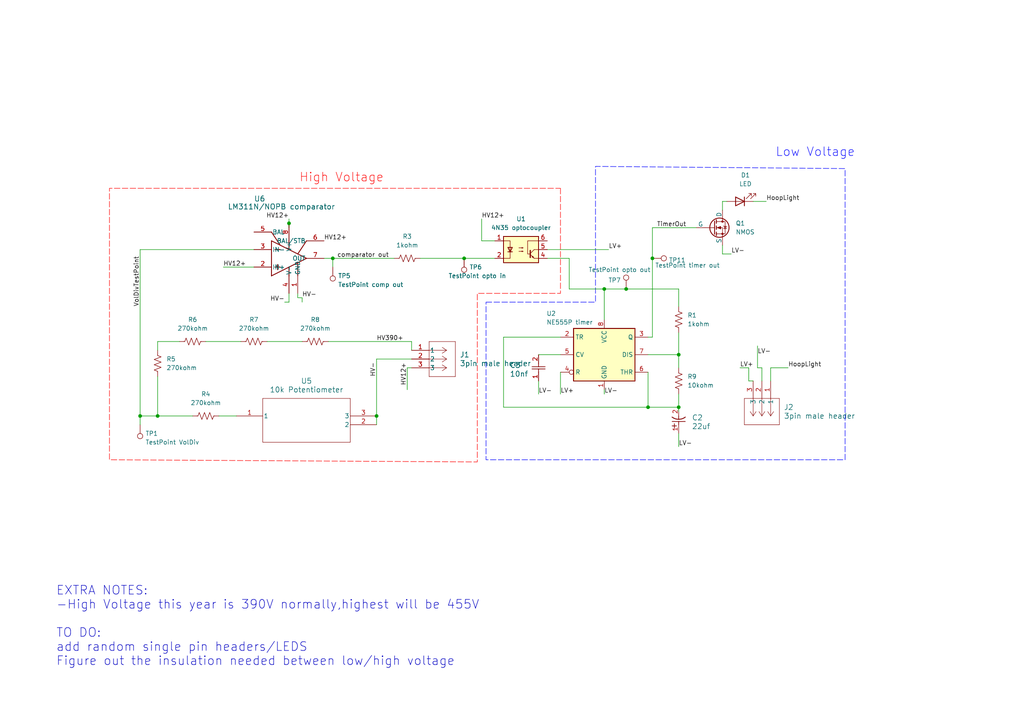
<source format=kicad_sch>
(kicad_sch (version 20250114) (generator "eeschema") (generator_version "9.0")
  (paper "A4")
  (title_block (title "Ready To Drive Light Schematic") (date "2025-10-09") (company "BYU Racing"))
  (lib_symbols
    (symbol "10k Pot:3296W-1-103" (pin_names (offset 0.254))
      (property "Reference" "U" (at 20.32 10.16 0))
      (property "Value" "3296W-1-103" (at 20.32 7.62 0))
      (symbol "3296W-1-103_0_1"
        (polyline (pts (xy 7.62 5.08) (xy 7.62 -7.62)) (stroke (width 0.127)))
        (polyline (pts (xy 7.62 -7.62) (xy 33.02 -7.62)) (stroke (width 0.127)))
        (polyline (pts (xy 33.02 5.08) (xy 7.62 5.08)) (stroke (width 0.127)))
        (polyline (pts (xy 33.02 -7.62) (xy 33.02 5.08)) (stroke (width 0.127)))
        (pin unspecified line (at 0 0 0) (length 7.62) (name "1") (number "1"))
        (pin unspecified line (at 40.64 0 180) (length 7.62) (name "3") (number "3"))
        (pin unspecified line (at 40.64 -2.54 180) (length 7.62) (name "2") (number "2"))
      )
    )
    (symbol "10nf capacitor:B32021A3103M289" (pin_names (offset 0.254))
      (property "Reference" "C" (at 3.81 3.81 0))
      (property "Value" "B32021A3103M289" (at 3.81 -3.81 0))
      (symbol "B32021A3103M289_1_1"
        (polyline (pts (xy 2.54 0) (xy 3.4798 0)) (stroke (width 0.2032)))
        (polyline (pts (xy 3.4798 -1.905) (xy 3.4798 1.905)) (stroke (width 0.2032)))
        (polyline (pts (xy 4.1148 0) (xy 5.08 0)) (stroke (width 0.2032)))
        (polyline (pts (xy 4.1148 -1.905) (xy 4.1148 1.905)) (stroke (width 0.2032)))
        (pin unspecified line (at 0 0 0) (length 2.54) (name "") (number "1"))
        (pin unspecified line (at 7.62 0 180) (length 2.54) (name "") (number "2"))
      )
      (symbol "B32021A3103M289_1_2"
        (polyline (pts (xy -1.905 -3.4798) (xy 1.905 -3.4798)) (stroke (width 0.2032)))
        (polyline (pts (xy -1.905 -4.1148) (xy 1.905 -4.1148)) (stroke (width 0.2032)))
        (polyline (pts (xy 0 -2.54) (xy 0 -3.4798)) (stroke (width 0.2032)))
        (polyline (pts (xy 0 -4.1148) (xy 0 -5.08)) (stroke (width 0.2032)))
        (pin unspecified line (at 0 0 270) (length 2.54) (name "") (number "1"))
        (pin unspecified line (at 0 -7.62 90) (length 2.54) (name "") (number "2"))
      )
    )
    (symbol "22uf capacitor:UCS2W220MHD" (pin_names (offset 0.254))
      (property "Reference" "C" (at 3.81 3.81 0))
      (property "Value" "UCS2W220MHD" (at 3.81 -3.81 0))
      (symbol "UCS2W220MHD_1_1"
        (polyline (pts (xy 1.5748 1.27) (xy 2.8448 1.27)) (stroke (width 0.2032)))
        (polyline (pts (xy 2.2098 0.635) (xy 2.2098 1.905)) (stroke (width 0.2032)))
        (polyline (pts (xy 2.54 0) (xy 3.4798 0)) (stroke (width 0.2032)))
        (polyline (pts (xy 3.4798 -1.905) (xy 3.4798 1.905)) (stroke (width 0.2032)))
        (polyline (pts (xy 4.1148 0) (xy 5.08 0)) (stroke (width 0.2032)))
        (arc (start 4.7541 -1.9108) (mid 4.1148 0) (end 4.7541 1.9108) (stroke (width 0.254)))
        (pin unspecified line (at 0 0 0) (length 2.54) (name "") (number "1"))
        (pin unspecified line (at 7.62 0 180) (length 2.54) (name "") (number "2"))
      )
      (symbol "UCS2W220MHD_1_2"
        (polyline (pts (xy -1.905 -3.4798) (xy 1.905 -3.4798)) (stroke (width 0.2032)))
        (polyline (pts (xy 0 -2.54) (xy 0 -3.4798)) (stroke (width 0.2032)))
        (polyline (pts (xy 0 -4.1148) (xy 0 -5.08)) (stroke (width 0.2032)))
        (arc (start -1.9108 -4.7541) (mid 0 -4.1148) (end 1.9108 -4.7541) (stroke (width 0.254)))
        (polyline (pts (xy 0.635 -2.2098) (xy 1.905 -2.2098)) (stroke (width 0.2032)))
        (polyline (pts (xy 1.27 -1.5748) (xy 1.27 -2.8448)) (stroke (width 0.2032)))
        (pin unspecified line (at 0 0 270) (length 2.54) (name "") (number "2"))
        (pin unspecified line (at 0 -7.62 90) (length 2.54) (name "") (number "1"))
      )
    )
    (symbol "3pin male header:G800W305018EU" (pin_names (offset 0.254))
      (property "Reference" "J" (at 8.89 6.35 0))
      (property "Value" "G800W305018EU" (at 0 0 0))
      (symbol "G800W305018EU_1_1"
        (polyline (pts (xy 5.08 2.54) (xy 5.08 -7.62)) (stroke (width 0.127)))
        (polyline (pts (xy 5.08 -7.62) (xy 12.7 -7.62)) (stroke (width 0.127)))
        (polyline (pts (xy 10.16 0) (xy 5.08 0)) (stroke (width 0.127)))
        (polyline (pts (xy 10.16 0) (xy 8.89 0.8467)) (stroke (width 0.127)))
        (polyline (pts (xy 10.16 0) (xy 8.89 -0.8467)) (stroke (width 0.127)))
        (polyline (pts (xy 10.16 -2.54) (xy 5.08 -2.54)) (stroke (width 0.127)))
        (polyline (pts (xy 10.16 -2.54) (xy 8.89 -1.6933)) (stroke (width 0.127)))
        (polyline (pts (xy 10.16 -2.54) (xy 8.89 -3.3867)) (stroke (width 0.127)))
        (polyline (pts (xy 10.16 -5.08) (xy 5.08 -5.08)) (stroke (width 0.127)))
        (polyline (pts (xy 10.16 -5.08) (xy 8.89 -4.2333)) (stroke (width 0.127)))
        (polyline (pts (xy 10.16 -5.08) (xy 8.89 -5.9267)) (stroke (width 0.127)))
        (polyline (pts (xy 12.7 2.54) (xy 5.08 2.54)) (stroke (width 0.127)))
        (polyline (pts (xy 12.7 -7.62) (xy 12.7 2.54)) (stroke (width 0.127)))
        (pin unspecified line (at 0 0 0) (length 5.08) (name "1") (number "1"))
        (pin unspecified line (at 0 -2.54 0) (length 5.08) (name "2") (number "2"))
        (pin unspecified line (at 0 -5.08 0) (length 5.08) (name "3") (number "3"))
      )
      (symbol "G800W305018EU_1_2"
        (polyline (pts (xy 5.08 2.54) (xy 5.08 -7.62)) (stroke (width 0.127)))
        (polyline (pts (xy 5.08 -7.62) (xy 12.7 -7.62)) (stroke (width 0.127)))
        (polyline (pts (xy 7.62 0) (xy 5.08 0)) (stroke (width 0.127)))
        (polyline (pts (xy 7.62 0) (xy 8.89 0.8467)) (stroke (width 0.127)))
        (polyline (pts (xy 7.62 0) (xy 8.89 -0.8467)) (stroke (width 0.127)))
        (polyline (pts (xy 7.62 -2.54) (xy 5.08 -2.54)) (stroke (width 0.127)))
        (polyline (pts (xy 7.62 -2.54) (xy 8.89 -1.6933)) (stroke (width 0.127)))
        (polyline (pts (xy 7.62 -2.54) (xy 8.89 -3.3867)) (stroke (width 0.127)))
        (polyline (pts (xy 7.62 -5.08) (xy 5.08 -5.08)) (stroke (width 0.127)))
        (polyline (pts (xy 7.62 -5.08) (xy 8.89 -4.2333)) (stroke (width 0.127)))
        (polyline (pts (xy 7.62 -5.08) (xy 8.89 -5.9267)) (stroke (width 0.127)))
        (polyline (pts (xy 12.7 2.54) (xy 5.08 2.54)) (stroke (width 0.127)))
        (polyline (pts (xy 12.7 -7.62) (xy 12.7 2.54)) (stroke (width 0.127)))
        (pin unspecified line (at 0 0 0) (length 5.08) (name "1") (number "1"))
        (pin unspecified line (at 0 -2.54 0) (length 5.08) (name "2") (number "2"))
        (pin unspecified line (at 0 -5.08 0) (length 5.08) (name "3") (number "3"))
      )
    )
    (symbol "Connector:TestPoint" (pin_numbers (hide yes)) (pin_names (offset 0.762) (hide yes))
      (property "Reference" "TP" (at 0 6.858 0))
      (property "Value" "TestPoint" (at 0 5.08 0))
      (symbol "TestPoint_0_1"
        (circle (center 0 3.302) (radius 0.762))
      )
      (symbol "TestPoint_1_1"
        (pin passive line (at 0 0 90) (length 2.54) (name "1") (number "1"))
      )
    )
    (symbol "Device:LED" (pin_numbers (hide yes)) (pin_names (offset 1.016) (hide yes))
      (property "Reference" "D" (at 0 2.54 0))
      (property "Value" "LED" (at 0 -2.54 0))
      (symbol "LED_0_1"
        (polyline (pts (xy -3.048 -0.762) (xy -4.572 -2.286) (xy -3.81 -2.286) (xy -4.572 -2.286) (xy -4.572 -1.524)))
        (polyline (pts (xy -1.778 -0.762) (xy -3.302 -2.286) (xy -2.54 -2.286) (xy -3.302 -2.286) (xy -3.302 -1.524)))
        (polyline (pts (xy -1.27 0) (xy 1.27 0)))
        (polyline (pts (xy -1.27 -1.27) (xy -1.27 1.27)) (stroke (width 0.254)))
        (polyline (pts (xy 1.27 -1.27) (xy 1.27 1.27) (xy -1.27 0) (xy 1.27 -1.27)) (stroke (width 0.254)))
      )
      (symbol "LED_1_1"
        (pin passive line (at -3.81 0 0) (length 2.54) (name "K") (number "1"))
        (pin passive line (at 3.81 0 180) (length 2.54) (name "A") (number "2"))
      )
    )
    (symbol "Device:R_US" (pin_numbers (hide yes)) (pin_names (offset 0))
      (property "Reference" "R" (at 2.54 0 90))
      (property "Value" "R_US" (at -2.54 0 90))
      (symbol "R_US_0_1"
        (polyline (pts (xy 0 2.286) (xy 0 2.54)))
        (polyline (pts (xy 0 2.286) (xy 1.016 1.905) (xy 0 1.524) (xy -1.016 1.143) (xy 0 0.762)))
        (polyline (pts (xy 0 0.762) (xy 1.016 0.381) (xy 0 0) (xy -1.016 -0.381) (xy 0 -0.762)))
        (polyline (pts (xy 0 -0.762) (xy 1.016 -1.143) (xy 0 -1.524) (xy -1.016 -1.905) (xy 0 -2.286)))
        (polyline (pts (xy 0 -2.286) (xy 0 -2.54)))
      )
      (symbol "R_US_1_1"
        (pin passive line (at 0 3.81 270) (length 1.27) (name "~") (number "1"))
        (pin passive line (at 0 -3.81 90) (length 1.27) (name "~") (number "2"))
      )
    )
    (symbol "Isolator:4N35" (pin_names (offset 1.016))
      (property "Reference" "U" (at -5.08 5.08 0))
      (property "Value" "4N35" (at 0 5.08 0))
      (symbol "4N35_0_1"
        (rectangle (start -5.08 3.81) (end 5.08 -3.81) (stroke (width 0.254)) (fill (type background)))
        (polyline (pts (xy -5.08 -2.54) (xy -3.175 -2.54) (xy -3.175 2.54) (xy -5.08 2.54)))
        (polyline (pts (xy -3.81 -0.635) (xy -2.54 -0.635)) (stroke (width 0.254)))
        (polyline (pts (xy -3.175 -0.635) (xy -3.81 0.635) (xy -2.54 0.635) (xy -3.175 -0.635)) (stroke (width 0.254)))
        (polyline (pts (xy -0.635 0.508) (xy 0.635 0.508) (xy 0.254 0.381) (xy 0.254 0.635) (xy 0.635 0.508)))
        (polyline (pts (xy -0.635 -0.508) (xy 0.635 -0.508) (xy 0.254 -0.635) (xy 0.254 -0.381) (xy 0.635 -0.508)))
        (polyline (pts (xy 2.667 -0.254) (xy 2.667 -2.286)) (stroke (width 0.3556)))
        (polyline (pts (xy 2.667 -1.143) (xy 3.81 0)))
        (polyline (pts (xy 2.667 -1.397) (xy 3.81 -2.54)))
        (polyline (pts (xy 3.683 -2.413) (xy 3.429 -1.905) (xy 3.175 -2.159) (xy 3.683 -2.413)))
        (polyline (pts (xy 3.81 0) (xy 5.08 0)))
        (polyline (pts (xy 3.81 -2.54) (xy 5.08 -2.54)))
        (polyline (pts (xy 5.08 2.54) (xy 1.905 2.54) (xy 1.905 -1.27) (xy 2.54 -1.27)))
      )
      (symbol "4N35_1_1"
        (pin passive line (at -7.62 2.54 0) (length 2.54) (name "~") (number "1"))
        (pin passive line (at -7.62 -2.54 0) (length 2.54) (name "~") (number "2"))
        (pin no_connect line (at -5.08 0 0) (length 2.54) (hide yes) (name "NC") (number "3"))
        (pin passive line (at 7.62 2.54 180) (length 2.54) (name "~") (number "6"))
        (pin passive line (at 7.62 0 180) (length 2.54) (name "~") (number "5"))
        (pin passive line (at 7.62 -2.54 180) (length 2.54) (name "~") (number "4"))
      )
    )
    (symbol "LM311N_NOPB:LM311N_NOPB" (pin_names (offset 0.254))
      (property "Reference" "U" (at 15.748 2.794 0))
      (property "Value" "LM311N/NOPB" (at 0 0 0))
      (symbol "LM311N_NOPB_0_1"
        (polyline (pts (xy 0 2.54) (xy 2.54 -1.27)) (stroke (width 0.254)))
        (polyline (pts (xy 0 0) (xy 0 -10.16)) (stroke (width 0.254)))
        (polyline (pts (xy 0 0) (xy 10.16 -5.08)) (stroke (width 0.254)))
        (polyline (pts (xy 0 -10.16) (xy 10.16 -5.08)) (stroke (width 0.254)))
        (polyline (pts (xy 1.016 -2.54) (xy 2.54 -2.54)) (stroke (width 0.254)))
        (polyline (pts (xy 1.016 -7.62) (xy 2.54 -7.62)) (stroke (width 0.254)))
        (polyline (pts (xy 1.778 -6.858) (xy 1.778 -8.382)) (stroke (width 0.254)))
        (polyline (pts (xy 5.08 0) (xy 5.08 -2.54)) (stroke (width 0.254)))
        (polyline (pts (xy 5.08 -7.62) (xy 5.08 -10.16)) (stroke (width 0.254)))
        (polyline (pts (xy 7.62 -3.81) (xy 10.16 0)) (stroke (width 0.254)))
        (polyline (pts (xy 7.62 -10.16) (xy 7.62 -6.35)) (stroke (width 0.254)))
        (pin passive line (at -5.08 2.54 0) (length 5.08) (name "BAL") (number "5"))
        (pin input line (at -5.08 -2.54 0) (length 5.08) (name "IN-") (number "3"))
        (pin input line (at -5.08 -7.62 0) (length 5.08) (name "IN+") (number "2"))
        (pin power_in line (at 5.08 5.08 270) (length 5.08) (name "V+") (number "8"))
        (pin power_in line (at 5.08 -15.24 90) (length 5.08) (name "V-") (number "4"))
        (pin power_in line (at 7.62 -15.24 90) (length 5.08) (name "GND") (number "1"))
        (pin passive line (at 15.24 0 180) (length 5.08) (name "BAL/STB") (number "6"))
        (pin output line (at 15.24 -5.08 180) (length 5.08) (name "OUT") (number "7"))
      )
    )
    (symbol "Simulation_SPICE:NMOS" (pin_numbers (hide yes)) (pin_names (offset 0))
      (property "Reference" "Q" (at 5.08 1.27 0))
      (property "Value" "NMOS" (at 5.08 -1.27 0))
      (symbol "NMOS_0_1"
        (polyline (pts (xy 0.254 1.905) (xy 0.254 -1.905)) (stroke (width 0.254)))
        (polyline (pts (xy 0.254 0) (xy -2.54 0)))
        (polyline (pts (xy 0.762 2.286) (xy 0.762 1.27)) (stroke (width 0.254)))
        (polyline (pts (xy 0.762 0.508) (xy 0.762 -0.508)) (stroke (width 0.254)))
        (polyline (pts (xy 0.762 -1.27) (xy 0.762 -2.286)) (stroke (width 0.254)))
        (polyline (pts (xy 0.762 -1.778) (xy 3.302 -1.778) (xy 3.302 1.778) (xy 0.762 1.778)))
        (polyline (pts (xy 1.016 0) (xy 2.032 0.381) (xy 2.032 -0.381) (xy 1.016 0)) (fill (type outline)))
        (circle (center 1.651 0) (radius 2.794) (stroke (width 0.254)))
        (polyline (pts (xy 2.54 2.54) (xy 2.54 1.778)))
        (circle (center 2.54 1.778) (radius 0.254) (fill (type outline)))
        (circle (center 2.54 -1.778) (radius 0.254) (fill (type outline)))
        (polyline (pts (xy 2.54 -2.54) (xy 2.54 0) (xy 0.762 0)))
        (polyline (pts (xy 2.794 0.508) (xy 2.921 0.381) (xy 3.683 0.381) (xy 3.81 0.254)))
        (polyline (pts (xy 3.302 0.381) (xy 2.921 -0.254) (xy 3.683 -0.254) (xy 3.302 0.381)))
      )
      (symbol "NMOS_1_1"
        (pin input line (at -5.08 0 0) (length 2.54) (name "G") (number "2"))
        (pin passive line (at 2.54 5.08 270) (length 2.54) (name "D") (number "1"))
        (pin passive line (at 2.54 -5.08 90) (length 2.54) (name "S") (number "3"))
      )
    )
    (symbol "Timer:NE555P"
      (property "Reference" "U" (at -10.16 8.89 0))
      (property "Value" "NE555P" (at 2.54 8.89 0))
      (symbol "NE555P_0_0"
        (pin power_in line (at 0 10.16 270) (length 2.54) (name "VCC") (number "8"))
        (pin power_in line (at 0 -10.16 90) (length 2.54) (name "GND") (number "1"))
      )
      (symbol "NE555P_0_1"
        (rectangle (start -8.89 -7.62) (end 8.89 7.62) (stroke (width 0.254)) (fill (type background)))
        (rectangle (start -8.89 -7.62) (end 8.89 7.62) (stroke (width 0.254)) (fill (type background)))
      )
      (symbol "NE555P_1_1"
        (pin input line (at -12.7 5.08 0) (length 3.81) (name "TR") (number "2"))
        (pin input line (at -12.7 0 0) (length 3.81) (name "CV") (number "5"))
        (pin input inverted (at -12.7 -5.08 0) (length 3.81) (name "R") (number "4"))
        (pin output line (at 12.7 5.08 180) (length 3.81) (name "Q") (number "3"))
        (pin input line (at 12.7 0 180) (length 3.81) (name "DIS") (number "7"))
        (pin input line (at 12.7 -5.08 180) (length 3.81) (name "THR") (number "6"))
      )
    )
  )
  (text "Low Voltage" (at 236.474 44.196 0) (effects (font (size 2.54 2.54))))
  (text "EXTRA NOTES:\n-High Voltage this year is 390V normally,highest will be 455V\n\nTO DO:\nadd random single pin headers/LEDS\nFigure out the insulation needed between low/high voltage\n" (at 16.256 181.61 0) (effects (font (size 2.54 2.54)) (justify left)))
  (text "High Voltage" (at 99.06 51.562 0) (effects (font (size 2.54 2.54))))
  (junction (at 83.82 64.77))
  (junction (at 40.64 120.65))
  (junction (at 196.85 102.87))
  (junction (at 109.22 120.65))
  (junction (at 134.62 74.93))
  (junction (at 175.26 83.82))
  (junction (at 189.23 74.93))
  (junction (at 96.52 74.93))
  (junction (at 181.61 83.82))
  (junction (at 196.85 118.11))
  (junction (at 45.72 120.65))
  (junction (at 187.96 118.11))
  (wire (pts (xy 209.55 71.12) (xy 209.55 73.66)))
  (wire (pts (xy 209.55 60.96) (xy 209.55 58.42)))
  (wire (pts (xy 196.85 83.82) (xy 196.85 88.9)))
  (wire (pts (xy 118.11 106.68) (xy 118.11 113.03)))
  (wire (pts (xy 162.56 107.95) (xy 162.56 114.3)))
  (wire (pts (xy 96.52 74.93) (xy 114.3 74.93)))
  (wire (pts (xy 40.64 72.39) (xy 73.66 72.39)))
  (wire (pts (xy 218.44 58.42) (xy 222.25 58.42)))
  (wire (pts (xy 121.92 74.93) (xy 134.62 74.93)))
  (wire (pts (xy 64.77 77.47) (xy 73.66 77.47)))
  (wire (pts (xy 196.85 102.87) (xy 187.96 102.87)))
  (wire (pts (xy 83.82 64.77) (xy 83.82 63.5)))
  (wire (pts (xy 158.75 74.93) (xy 165.1 74.93)))
  (wire (pts (xy 63.5 120.65) (xy 68.58 120.65)))
  (wire (pts (xy 196.85 125.73) (xy 196.85 129.54)))
  (wire (pts (xy 95.25 99.06) (xy 119.38 99.06)))
  (wire (pts (xy 45.72 109.22) (xy 45.72 120.65)))
  (wire (pts (xy 156.21 110.49) (xy 156.21 114.3)))
  (wire (pts (xy 214.63 106.68) (xy 217.17 106.68)))
  (wire (pts (xy 86.36 86.36) (xy 87.63 86.36)))
  (wire (pts (xy 189.23 74.93) (xy 189.23 97.79)))
  (wire (pts (xy 83.82 87.63) (xy 82.55 87.63)))
  (wire (pts (xy 189.23 66.04) (xy 201.93 66.04)))
  (wire (pts (xy 220.98 106.68) (xy 219.71 106.68)))
  (wire (pts (xy 218.44 110.49) (xy 217.17 110.49)))
  (wire (pts (xy 187.96 118.11) (xy 196.85 118.11)))
  (wire (pts (xy 40.64 123.19) (xy 40.64 120.65)))
  (wire (pts (xy 86.36 86.36) (xy 86.36 85.09)))
  (wire (pts (xy 162.56 97.79) (xy 146.05 97.79)))
  (wire (pts (xy 45.72 99.06) (xy 45.72 101.6)))
  (wire (pts (xy 223.52 106.68) (xy 228.6 106.68)))
  (wire (pts (xy 134.62 74.93) (xy 143.51 74.93)))
  (wire (pts (xy 175.26 92.71) (xy 175.26 83.82)))
  (wire (pts (xy 118.11 106.68) (xy 119.38 106.68)))
  (wire (pts (xy 156.21 102.87) (xy 162.56 102.87)))
  (wire (pts (xy 96.52 77.47) (xy 96.52 74.93)))
  (wire (pts (xy 158.75 72.39) (xy 176.53 72.39)))
  (wire (pts (xy 109.22 104.14) (xy 109.22 120.65)))
  (wire (pts (xy 146.05 118.11) (xy 187.96 118.11)))
  (wire (pts (xy 217.17 110.49) (xy 217.17 106.68)))
  (wire (pts (xy 187.96 97.79) (xy 189.23 97.79)))
  (wire (pts (xy 109.22 120.65) (xy 109.22 123.19)))
  (wire (pts (xy 83.82 85.09) (xy 83.82 87.63)))
  (wire (pts (xy 165.1 74.93) (xy 165.1 83.82)))
  (wire (pts (xy 40.64 72.39) (xy 40.64 120.65)))
  (wire (pts (xy 45.72 99.06) (xy 52.07 99.06)))
  (wire (pts (xy 93.98 74.93) (xy 96.52 74.93)))
  (wire (pts (xy 209.55 73.66) (xy 212.09 73.66)))
  (wire (pts (xy 83.82 66.04) (xy 83.82 64.77)))
  (wire (pts (xy 139.7 63.5) (xy 139.7 69.85)))
  (wire (pts (xy 143.51 69.85) (xy 139.7 69.85)))
  (wire (pts (xy 196.85 114.3) (xy 196.85 118.11)))
  (wire (pts (xy 196.85 83.82) (xy 181.61 83.82)))
  (wire (pts (xy 77.47 99.06) (xy 87.63 99.06)))
  (wire (pts (xy 196.85 96.52) (xy 196.85 102.87)))
  (wire (pts (xy 181.61 83.82) (xy 175.26 83.82)))
  (wire (pts (xy 196.85 102.87) (xy 196.85 106.68)))
  (wire (pts (xy 109.22 104.14) (xy 119.38 104.14)))
  (wire (pts (xy 45.72 120.65) (xy 55.88 120.65)))
  (wire (pts (xy 223.52 110.49) (xy 223.52 106.68)))
  (wire (pts (xy 119.38 99.06) (xy 119.38 101.6)))
  (wire (pts (xy 165.1 83.82) (xy 175.26 83.82)))
  (wire (pts (xy 220.98 110.49) (xy 220.98 106.68)))
  (wire (pts (xy 189.23 66.04) (xy 189.23 74.93)))
  (wire (pts (xy 59.69 99.06) (xy 69.85 99.06)))
  (wire (pts (xy 87.63 86.36) (xy 87.63 87.63)))
  (wire (pts (xy 219.71 100.33) (xy 219.71 106.68)))
  (wire (pts (xy 209.55 58.42) (xy 210.82 58.42)))
  (wire (pts (xy 196.85 119.38) (xy 196.85 118.11)))
  (wire (pts (xy 187.96 107.95) (xy 187.96 118.11)))
  (wire (pts (xy 40.64 120.65) (xy 45.72 120.65)))
  (wire (pts (xy 175.26 113.03) (xy 175.26 114.3)))
  (wire (pts (xy 146.05 97.79) (xy 146.05 118.11)))
  (label "HV12+" (at 118.11 111.76 90))
  (label "LV-" (at 212.09 73.66 0))
  (label "TimerOut" (at 190.5 66.04 0))
  (label "HV12+" (at 83.82 63.5 180))
  (label "LV-" (at 196.85 129.54 0))
  (label "HV12+" (at 93.98 69.85 0))
  (label "HoopLight" (at 222.25 58.42 0))
  (label "HV12+" (at 64.77 77.47 0))
  (label "HoopLight" (at 228.6 106.68 0))
  (label "LV+" (at 214.63 106.68 0))
  (label "VolDivTestPoint" (at 40.64 88.9 90))
  (label "HV-" (at 87.63 86.36 0))
  (label "LV+" (at 162.56 114.3 0))
  (label "LV-" (at 175.26 114.3 0))
  (label "HV-" (at 82.55 87.63 180))
  (label "LV-" (at 156.21 114.3 0))
  (label "comparator out" (at 97.79 74.93 0))
  (label "LV-" (at 219.71 102.87 0))
  (label "HV12+" (at 139.7 63.5 0))
  (label "LV+" (at 176.53 72.39 0))
  (label "HV390+" (at 109.22 99.06 0))
  (label "HV-" (at 109.22 109.22 90))
  (rule_area (polyline (pts (xy 162.56 54.61) (xy 162.56 85.09) (xy 138.43 85.09) (xy 138.43 133.985) (xy 31.75 133.35) (xy 31.75 54.61)) (stroke (width 0) (type dash))))
  (rule_area (polyline (pts (xy 140.97 87.63) (xy 172.72 87.63) (xy 172.72 48.26) (xy 245.11 48.895) (xy 245.11 133.35) (xy 140.97 133.35)) (stroke (width 0) (type dash) (color 0 0 255 1))))
  (symbol (lib_id "Device:R_US") (at 55.88 99.06 90) (unit 1)
    (property "Reference" "R6" (at 55.88 92.71 90))
    (property "Value" "270kohm" (at 55.88 95.25 90))
    (property "Footprint" "Resistor_THT:R_Axial_DIN0207_L6.3mm_D2.5mm_P7.62mm_Horizontal" (effects (hide yes)))
    (property "Description" "Resistor, US symbol" (effects (hide yes)))
  )
  (symbol (lib_id "3pin male header:G800W305018EU") (at 223.52 110.49 270) (unit 1)
    (property "Reference" "J2" (at 227.33 118.1099 90) (effects (font (size 1.524 1.524)) (justify left)))
    (property "Value" "3pin male header" (at 227.33 120.6499 90) (effects (font (size 1.524 1.524)) (justify left)))
    (property "Footprint" "3pin male header:CONN_G800W305xxxEU_AMP" (effects (hide yes)))
    (property "Datasheet" "G800W305018EU" (effects (hide yes)))
  )
  (symbol (lib_id "10nf capacitor:B32021A3103M289") (at 156.21 110.49 90) (unit 1)
    (property "Reference" "C3" (at 147.828 105.918 90) (effects (font (size 1.524 1.524)) (justify right)))
    (property "Value" "10nf" (at 147.828 108.458 90) (effects (font (size 1.524 1.524)) (justify right)))
    (property "Footprint" "10nf capacitor:CAP_B32021_TDK" (effects (hide yes)))
    (property "Datasheet" "B32021A3103M289" (effects (hide yes)))
  )
  (symbol (lib_id "Connector:TestPoint") (at 134.62 74.93 180) (unit 1)
    (property "Reference" "TP6" (at 136.144 77.47 0) (effects (justify right)))
    (property "Value" "TestPoint opto in" (at 130.048 80.01 0) (effects (justify right)))
    (property "Footprint" "TestPoint:TestPoint_Loop_D2.60mm_Drill1.4mm_Beaded" (effects (hide yes)))
    (property "Description" "test point" (effects (hide yes)))
  )
  (symbol (lib_id "Device:R_US") (at 59.69 120.65 90) (unit 1)
    (property "Reference" "R4" (at 59.69 114.3 90))
    (property "Value" "270kohm" (at 59.69 116.84 90))
    (property "Footprint" "Resistor_THT:R_Axial_DIN0207_L6.3mm_D2.5mm_P7.62mm_Horizontal" (effects (hide yes)))
    (property "Description" "Resistor, US symbol" (effects (hide yes)))
  )
  (symbol (lib_id "Isolator:4N35") (at 151.13 72.39 0) (unit 1)
    (property "Reference" "U1" (at 151.13 63.5 0))
    (property "Value" "4N35 optocoupler" (at 151.13 66.04 0))
    (property "Footprint" "Package_DIP:DIP-6_W7.62mm" (effects (hide yes)))
    (property "Datasheet" "https://www.vishay.com/docs/81181/4n35.pdf" (effects (hide yes)))
    (property "Description" "Optocoupler, Phototransistor Output, with Base Connection, Vce 70V, CTR 100%, Viso 5000V, DIP6" (effects (hide yes)))
  )
  (symbol (lib_id "Device:R_US") (at 196.85 110.49 180) (unit 1)
    (property "Reference" "R9" (at 199.39 109.2199 0) (effects (justify right)))
    (property "Value" "10kohm" (at 199.39 111.7599 0) (effects (justify right)))
    (property "Footprint" "Resistor_THT:R_Axial_DIN0207_L6.3mm_D2.5mm_P7.62mm_Horizontal" (effects (hide yes)))
    (property "Description" "Resistor, US symbol" (effects (hide yes)))
  )
  (symbol (lib_id "3pin male header:G800W305018EU") (at 119.38 101.6 0) (unit 1)
    (property "Reference" "J1" (at 133.35 102.8699 0) (effects (font (size 1.524 1.524)) (justify left)))
    (property "Value" "3pin male header" (at 133.35 105.4099 0) (effects (font (size 1.524 1.524)) (justify left)))
    (property "Footprint" "3pin male header:CONN_G800W305xxxEU_AMP" (effects (hide yes)))
    (property "Datasheet" "G800W305018EU" (effects (hide yes)))
  )
  (symbol (lib_id "Device:R_US") (at 45.72 105.41 180) (unit 1)
    (property "Reference" "R5" (at 48.26 104.1399 0) (effects (justify right)))
    (property "Value" "270kohm" (at 48.26 106.6799 0) (effects (justify right)))
    (property "Footprint" "Resistor_THT:R_Axial_DIN0207_L6.3mm_D2.5mm_P7.62mm_Horizontal" (effects (hide yes)))
    (property "Description" "Resistor, US symbol" (effects (hide yes)))
  )
  (symbol (lib_id "Device:R_US") (at 73.66 99.06 90) (unit 1)
    (property "Reference" "R7" (at 73.66 92.71 90))
    (property "Value" "270kohm" (at 73.66 95.25 90))
    (property "Footprint" "Resistor_THT:R_Axial_DIN0207_L6.3mm_D2.5mm_P7.62mm_Horizontal" (effects (hide yes)))
    (property "Description" "Resistor, US symbol" (effects (hide yes)))
  )
  (symbol (lib_id "Device:R_US") (at 91.44 99.06 90) (unit 1)
    (property "Reference" "R8" (at 91.44 92.71 90))
    (property "Value" "270kohm" (at 91.44 95.25 90))
    (property "Footprint" "Resistor_THT:R_Axial_DIN0207_L6.3mm_D2.5mm_P7.62mm_Horizontal" (effects (hide yes)))
    (property "Description" "Resistor, US symbol" (effects (hide yes)))
  )
  (symbol (lib_id "Connector:TestPoint") (at 40.64 123.19 180) (unit 1)
    (property "Reference" "TP1" (at 42.164 125.73 0) (effects (justify right)))
    (property "Value" "TestPoint VolDiv" (at 42.164 128.27 0) (effects (justify right)))
    (property "Footprint" "TestPoint:TestPoint_Loop_D2.60mm_Drill1.4mm_Beaded" (effects (hide yes)))
    (property "Description" "test point" (effects (hide yes)))
    (property "MANUFACTURER" "Keystone" (effects (hide yes)))
    (property "MAXIMUM_PACKAGE_HEIGHT" "6.3mm" (effects (hide yes)))
    (property "PARTREV" "A" (effects (hide yes)))
    (property "SNAPEDA_PN" "4952" (effects (hide yes)))
    (property "STANDARD" "Manufacturer Recommendations" (effects (hide yes)))
  )
  (symbol (lib_id "Connector:TestPoint") (at 181.61 83.82 0) (unit 1)
    (property "Reference" "TP7" (at 180.086 81.28 0) (effects (justify right)))
    (property "Value" "TestPoint opto out" (at 188.722 78.232 0) (effects (justify right)))
    (property "Footprint" "TestPoint:TestPoint_Loop_D2.60mm_Drill1.4mm_Beaded" (effects (hide yes)))
    (property "Description" "test point" (effects (hide yes)))
  )
  (symbol (lib_id "Timer:NE555P") (at 175.26 102.87 0) (unit 1)
    (property "Reference" "U2" (at 158.496 90.932 0) (effects (justify left)))
    (property "Value" "NE555P timer" (at 158.496 93.472 0) (effects (justify left)))
    (property "Footprint" "Package_DIP:DIP-8_W7.62mm" (effects (hide yes)))
    (property "Datasheet" "http://www.ti.com/lit/ds/symlink/ne555.pdf" (effects (hide yes)))
    (property "Description" "Precision Timers, 555 compatible,  PDIP-8" (effects (hide yes)))
  )
  (symbol (lib_id "22uf capacitor:UCS2W220MHD") (at 196.85 125.73 90) (unit 1)
    (property "Reference" "C2" (at 200.66 121.1325 90) (effects (font (size 1.524 1.524)) (justify right)))
    (property "Value" "22uf" (at 200.66 123.6725 90) (effects (font (size 1.524 1.524)) (justify right)))
    (property "Footprint" "22uf capacitor:PCAP_16x20-THRU-ELECT_NCA" (effects (hide yes)))
    (property "Datasheet" "UCS2W220MHD" (effects (hide yes)))
  )
  (symbol (lib_id "Device:LED") (at 214.63 58.42 180) (unit 1)
    (property "Reference" "D1" (at 216.2175 50.8 0))
    (property "Value" "LED" (at 216.2175 53.34 0))
    (property "Footprint" "LED_THT:LED_D5.0mm_FlatTop" (effects (hide yes)))
    (property "Description" "Light emitting diode" (effects (hide yes)))
    (property "Sim.Pins" "1=K 2=A" (effects (hide yes)))
  )
  (symbol (lib_id "LM311N_NOPB:LM311N_NOPB") (at 78.74 69.85 0) (unit 1)
    (property "Reference" "U6" (at 73.66 57.658 0) (effects (font (size 1.524 1.524)) (justify left)))
    (property "Value" "LM311N/NOPB comparator" (at 66.04 59.944 0) (effects (font (size 1.524 1.524)) (justify left)))
    (property "Footprint" "LM311N_NOPB:N08E" (effects (hide yes)))
    (property "Datasheet" "https://www.ti.com/lit/gpn/lm311-n" (effects (hide yes)))
  )
  (symbol (lib_id "Device:R_US") (at 118.11 74.93 90) (unit 1)
    (property "Reference" "R3" (at 118.11 68.58 90))
    (property "Value" "1kohm" (at 118.11 71.12 90))
    (property "Footprint" "Resistor_THT:R_Axial_DIN0207_L6.3mm_D2.5mm_P7.62mm_Horizontal" (effects (hide yes)))
    (property "Description" "Resistor, US symbol" (effects (hide yes)))
  )
  (symbol (lib_id "Device:R_US") (at 196.85 92.71 180) (unit 1)
    (property "Reference" "R1" (at 199.39 91.4399 0) (effects (justify right)))
    (property "Value" "1kohm" (at 199.39 93.9799 0) (effects (justify right)))
    (property "Footprint" "Resistor_THT:R_Axial_DIN0207_L6.3mm_D2.5mm_P7.62mm_Horizontal" (effects (hide yes)))
    (property "Description" "Resistor, US symbol" (effects (hide yes)))
  )
  (symbol (lib_id "Connector:TestPoint") (at 96.52 77.47 180) (unit 1)
    (property "Reference" "TP5" (at 98.044 80.01 0) (effects (justify right)))
    (property "Value" "TestPoint comp out" (at 98.044 82.55 0) (effects (justify right)))
    (property "Footprint" "TestPoint:TestPoint_Loop_D2.60mm_Drill1.4mm_Beaded" (effects (hide yes)))
    (property "Description" "test point" (effects (hide yes)))
  )
  (symbol (lib_id "Connector:TestPoint") (at 189.23 74.93 270) (unit 1)
    (property "Reference" "TP11" (at 198.882 75.438 90) (effects (justify right)))
    (property "Value" "TestPoint timer out" (at 208.788 76.962 90) (effects (justify right)))
    (property "Footprint" "TestPoint:TestPoint_Loop_D2.60mm_Drill1.4mm_Beaded" (effects (hide yes)))
    (property "Description" "test point" (effects (hide yes)))
  )
  (symbol (lib_id "Simulation_SPICE:NMOS") (at 207.01 66.04 0) (unit 1)
    (property "Reference" "Q1" (at 213.36 64.7699 0) (effects (justify left)))
    (property "Value" "NMOS" (at 213.36 67.3099 0) (effects (justify left)))
    (property "Footprint" "MOSFET_N_TO220:TO220AB_VIS" (effects (hide yes)))
    (property "Datasheet" "https://ngspice.sourceforge.io/docs/ngspice-html-manual/manual.xhtml#cha_MOSFETs" (effects (hide yes)))
    (property "Description" "N-MOSFET transistor, drain/source/gate" (effects (hide yes)))
    (property "Sim.Device" "NMOS" (effects (hide yes)))
    (property "Sim.Type" "VDMOS" (effects (hide yes)))
    (property "Sim.Pins" "1=D 2=G 3=S" (effects (hide yes)))
  )
  (symbol (lib_id "10k Pot:3296W-1-103") (at 68.58 120.65 0) (unit 1)
    (property "Reference" "U5" (at 88.9 110.49 0) (effects (font (size 1.524 1.524))))
    (property "Value" "10k Potentiometer" (at 88.9 113.03 0) (effects (font (size 1.524 1.524))))
    (property "Footprint" "pot 10k:3296W-1-103_BRN" (effects (hide yes)))
    (property "Datasheet" "3296W-1-103" (effects (hide yes)))
  )
)
</source>
